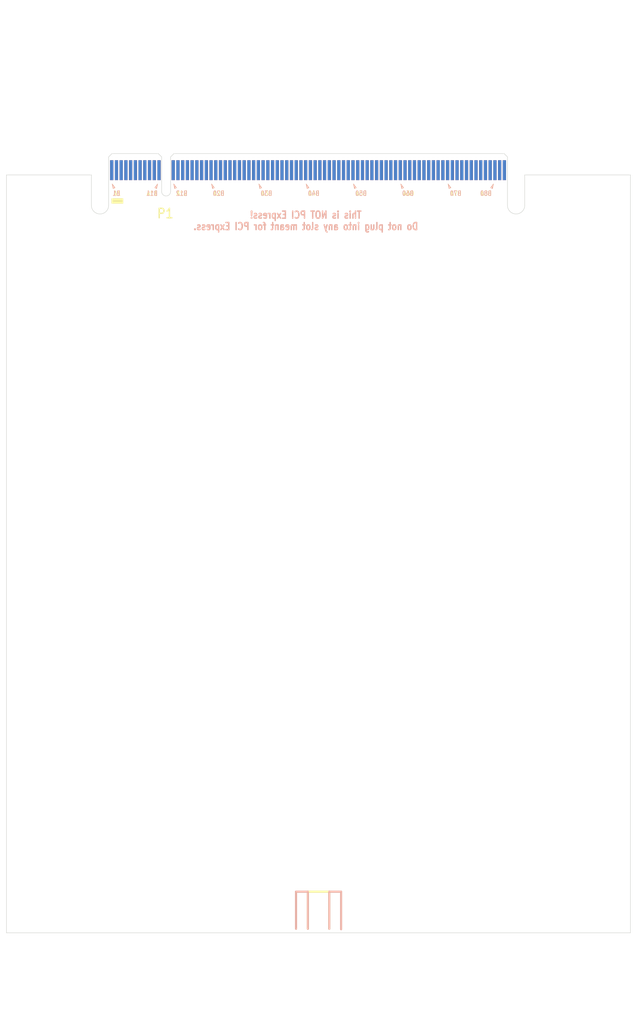
<source format=kicad_pcb>
(kicad_pcb (version 20171130) (host pcbnew 5.1.7-a382d34a8~87~ubuntu20.04.1)

  (general
    (thickness 1.6)
    (drawings 1)
    (tracks 0)
    (zones 0)
    (modules 6)
    (nets 157)
  )

  (page A3)
  (layers
    (0 F.Cu signal)
    (31 B.Cu signal)
    (32 B.Adhes user)
    (33 F.Adhes user)
    (34 B.Paste user)
    (35 F.Paste user)
    (36 B.SilkS user)
    (37 F.SilkS user)
    (38 B.Mask user)
    (39 F.Mask user)
    (40 Dwgs.User user)
    (41 Cmts.User user)
    (42 Eco1.User user)
    (43 Eco2.User user)
    (44 Edge.Cuts user)
    (45 Margin user)
    (46 B.CrtYd user)
    (47 F.CrtYd user)
    (48 B.Fab user hide)
    (49 F.Fab user)
  )

  (setup
    (last_trace_width 0.1778)
    (user_trace_width 0.1778)
    (user_trace_width 0.6096)
    (user_trace_width 0.7874)
    (user_trace_width 1.27)
    (user_trace_width 1.778)
    (user_trace_width 2.54)
    (trace_clearance 0.1778)
    (zone_clearance 0.508)
    (zone_45_only no)
    (trace_min 0.0762)
    (via_size 0.8)
    (via_drill 0.4)
    (via_min_size 0.4)
    (via_min_drill 0.3)
    (user_via 0.635 0.399796)
    (user_via 0.7874 0.399796)
    (user_via 1.27 0.5)
    (uvia_size 0.3)
    (uvia_drill 0.1)
    (uvias_allowed no)
    (uvia_min_size 0.2)
    (uvia_min_drill 0.1)
    (edge_width 0.05)
    (segment_width 0.2)
    (pcb_text_width 0.3)
    (pcb_text_size 1.5 1.5)
    (mod_edge_width 0.12)
    (mod_text_size 1 1)
    (mod_text_width 0.15)
    (pad_size 0.7 4.2)
    (pad_drill 0)
    (pad_to_mask_clearance 0.051)
    (solder_mask_min_width 0.25)
    (aux_axis_origin 79.121 237.49)
    (grid_origin 101.6 76.2)
    (visible_elements FFFFFF7F)
    (pcbplotparams
      (layerselection 0x010f0_ffffffff)
      (usegerberextensions false)
      (usegerberattributes false)
      (usegerberadvancedattributes true)
      (creategerberjobfile true)
      (excludeedgelayer true)
      (linewidth 0.100000)
      (plotframeref false)
      (viasonmask false)
      (mode 1)
      (useauxorigin false)
      (hpglpennumber 1)
      (hpglpenspeed 20)
      (hpglpendiameter 15.000000)
      (psnegative false)
      (psa4output false)
      (plotreference true)
      (plotvalue true)
      (plotinvisibletext false)
      (padsonsilk false)
      (subtractmaskfromsilk false)
      (outputformat 1)
      (mirror false)
      (drillshape 0)
      (scaleselection 1)
      (outputdirectory "Plots/1945/"))
  )

  (net 0 "")
  (net 1 +5V)
  (net 2 GND)
  (net 3 /~RESET)
  (net 4 /~RSTHOLD)
  (net 5 /CLK1)
  (net 6 /CLK2)
  (net 7 /CLK3)
  (net 8 /CLK4)
  (net 9 /T34)
  (net 10 /WSTB)
  (net 11 /~HALT)
  (net 12 /~WS)
  (net 13 /~ENDEXT)
  (net 14 /~MEM)
  (net 15 /~IO)
  (net 16 /~R)
  (net 17 "/Left Edge Connector/C36")
  (net 18 "/Left Edge Connector/C34")
  (net 19 "/Left Edge Connector/C32")
  (net 20 "/Left Edge Connector/C30")
  (net 21 "/Left Edge Connector/C28")
  (net 22 /~IRQS)
  (net 23 /~IRQ)
  (net 24 "/Left Edge Connector/ACTION3")
  (net 25 "/Left Edge Connector/ACTION2")
  (net 26 "/Left Edge Connector/ACTION1")
  (net 27 "/Left Edge Connector/WADDR2")
  (net 28 "/Left Edge Connector/WADDR1")
  (net 29 "/Left Edge Connector/WADDR0")
  (net 30 "/Left Edge Connector/RADDR4")
  (net 31 "/Left Edge Connector/RADDR3")
  (net 32 "/Left Edge Connector/RADDR2")
  (net 33 "/Left Edge Connector/RADDR1")
  (net 34 "/Left Edge Connector/RADDR0")
  (net 35 "/Left Edge Connector/C37")
  (net 36 "/Left Edge Connector/C35")
  (net 37 "/Left Edge Connector/C33")
  (net 38 "/Left Edge Connector/C31")
  (net 39 "/Left Edge Connector/C29")
  (net 40 /~SKIPEXT)
  (net 41 "/Left Edge Connector/~IRQ7")
  (net 42 "/Left Edge Connector/~IRQ6")
  (net 43 "/Left Edge Connector/~IRQ5")
  (net 44 "/Left Edge Connector/~IRQ4")
  (net 45 "/Left Edge Connector/~IRQ3")
  (net 46 "/Left Edge Connector/~IRQ2")
  (net 47 "/Left Edge Connector/~IRQ1")
  (net 48 "/Left Edge Connector/~IRQ0")
  (net 49 "/Left Edge Connector/RSVD1")
  (net 50 "/Left Edge Connector/RSVD4")
  (net 51 "/Left Edge Connector/RSVD3")
  (net 52 "/Left Edge Connector/RSVD2")
  (net 53 /~W)
  (net 54 /~IODEV3xx)
  (net 55 /~IODEV2xx)
  (net 56 /~IODEV1xx)
  (net 57 /~SYSDEV)
  (net 58 "/Left Edge Connector/IBUS15")
  (net 59 "/Left Edge Connector/IBUS14")
  (net 60 "/Left Edge Connector/IBUS13")
  (net 61 "/Left Edge Connector/IBUS12")
  (net 62 "/Left Edge Connector/IBUS11")
  (net 63 "/Left Edge Connector/IBUS10")
  (net 64 "/Left Edge Connector/IBUS9")
  (net 65 "/Left Edge Connector/IBUS8")
  (net 66 "/Left Edge Connector/ACTION0")
  (net 67 "/Left Edge Connector/WADDR4")
  (net 68 "/Left Edge Connector/WADDR3")
  (net 69 "/Left Edge Connector/IBUS7")
  (net 70 "/Left Edge Connector/IBUS6")
  (net 71 /DB15)
  (net 72 /DB14)
  (net 73 /DB13)
  (net 74 /DB12)
  (net 75 /DB11)
  (net 76 /DB10)
  (net 77 /DB9)
  (net 78 /DB8)
  (net 79 /AB18)
  (net 80 /AB17)
  (net 81 /AB16)
  (net 82 /AB15)
  (net 83 /AB14)
  (net 84 /AB13)
  (net 85 /AB12)
  (net 86 /AB11)
  (net 87 /AB10)
  (net 88 /AB9)
  (net 89 /AB8)
  (net 90 /DB7)
  (net 91 /DB6)
  (net 92 /DB5)
  (net 93 /DB4)
  (net 94 /DB3)
  (net 95 /DB2)
  (net 96 /DB1)
  (net 97 /DB0)
  (net 98 /AB7)
  (net 99 /AB6)
  (net 100 "/Left Edge Connector/IBUS5")
  (net 101 "/Left Edge Connector/IBUS4")
  (net 102 "/Left Edge Connector/IBUS3")
  (net 103 "/Left Edge Connector/IBUS2")
  (net 104 "/Left Edge Connector/IBUS1")
  (net 105 "/Left Edge Connector/IBUS0")
  (net 106 /AB5)
  (net 107 /AB4)
  (net 108 /AB3)
  (net 109 /AB2)
  (net 110 /AB1)
  (net 111 /AB0)
  (net 112 /AB23)
  (net 113 /AB22)
  (net 114 /AB21)
  (net 115 /AB20)
  (net 116 /AB19)
  (net 117 "/Left Edge Connector/C19")
  (net 118 "/Left Edge Connector/C20")
  (net 119 "/Left Edge Connector/C21")
  (net 120 "/Left Edge Connector/C23")
  (net 121 "/Left Edge Connector/C25")
  (net 122 "/Left Edge Connector/C27")
  (net 123 "/Left Edge Connector/C39")
  (net 124 "/Left Edge Connector/C1")
  (net 125 "/Left Edge Connector/C2")
  (net 126 "/Left Edge Connector/C3")
  (net 127 "/Left Edge Connector/C4")
  (net 128 "/Left Edge Connector/C5")
  (net 129 "/Left Edge Connector/C6")
  (net 130 "/Left Edge Connector/C7")
  (net 131 "/Left Edge Connector/C8")
  (net 132 "/Left Edge Connector/C9")
  (net 133 "/Left Edge Connector/C10")
  (net 134 "/Left Edge Connector/C11")
  (net 135 "/Left Edge Connector/C12")
  (net 136 "/Left Edge Connector/C13")
  (net 137 "/Left Edge Connector/C14")
  (net 138 "/Left Edge Connector/C16")
  (net 139 "/Left Edge Connector/C15")
  (net 140 "/Left Edge Connector/C18")
  (net 141 "/Left Edge Connector/C17")
  (net 142 "/Left Edge Connector/FPD0")
  (net 143 "/Left Edge Connector/FPD1")
  (net 144 "/Left Edge Connector/FPD2")
  (net 145 "/Left Edge Connector/FPD3")
  (net 146 "/Left Edge Connector/C22")
  (net 147 "/Left Edge Connector/FPD4")
  (net 148 "/Left Edge Connector/FPD5")
  (net 149 "/Left Edge Connector/C24")
  (net 150 "/Left Edge Connector/C26")
  (net 151 "/Left Edge Connector/FPD6")
  (net 152 "/Left Edge Connector/FPD7")
  (net 153 "/Left Edge Connector/C38")
  (net 154 "/Left Edge Connector/C40")
  (net 155 /~RUEN)
  (net 156 /~WUEN)

  (net_class Default "This is the default net class."
    (clearance 0.1778)
    (trace_width 0.25)
    (via_dia 0.8)
    (via_drill 0.4)
    (uvia_dia 0.3)
    (uvia_drill 0.1)
    (add_net +5V)
    (add_net /AB0)
    (add_net /AB1)
    (add_net /AB10)
    (add_net /AB11)
    (add_net /AB12)
    (add_net /AB13)
    (add_net /AB14)
    (add_net /AB15)
    (add_net /AB16)
    (add_net /AB17)
    (add_net /AB18)
    (add_net /AB19)
    (add_net /AB2)
    (add_net /AB20)
    (add_net /AB21)
    (add_net /AB22)
    (add_net /AB23)
    (add_net /AB3)
    (add_net /AB4)
    (add_net /AB5)
    (add_net /AB6)
    (add_net /AB7)
    (add_net /AB8)
    (add_net /AB9)
    (add_net /CLK1)
    (add_net /CLK2)
    (add_net /CLK3)
    (add_net /CLK4)
    (add_net /DB0)
    (add_net /DB1)
    (add_net /DB10)
    (add_net /DB11)
    (add_net /DB12)
    (add_net /DB13)
    (add_net /DB14)
    (add_net /DB15)
    (add_net /DB2)
    (add_net /DB3)
    (add_net /DB4)
    (add_net /DB5)
    (add_net /DB6)
    (add_net /DB7)
    (add_net /DB8)
    (add_net /DB9)
    (add_net "/Left Edge Connector/ACTION0")
    (add_net "/Left Edge Connector/ACTION1")
    (add_net "/Left Edge Connector/ACTION2")
    (add_net "/Left Edge Connector/ACTION3")
    (add_net "/Left Edge Connector/C1")
    (add_net "/Left Edge Connector/C10")
    (add_net "/Left Edge Connector/C11")
    (add_net "/Left Edge Connector/C12")
    (add_net "/Left Edge Connector/C13")
    (add_net "/Left Edge Connector/C14")
    (add_net "/Left Edge Connector/C15")
    (add_net "/Left Edge Connector/C16")
    (add_net "/Left Edge Connector/C17")
    (add_net "/Left Edge Connector/C18")
    (add_net "/Left Edge Connector/C19")
    (add_net "/Left Edge Connector/C2")
    (add_net "/Left Edge Connector/C20")
    (add_net "/Left Edge Connector/C21")
    (add_net "/Left Edge Connector/C22")
    (add_net "/Left Edge Connector/C23")
    (add_net "/Left Edge Connector/C24")
    (add_net "/Left Edge Connector/C25")
    (add_net "/Left Edge Connector/C26")
    (add_net "/Left Edge Connector/C27")
    (add_net "/Left Edge Connector/C28")
    (add_net "/Left Edge Connector/C29")
    (add_net "/Left Edge Connector/C3")
    (add_net "/Left Edge Connector/C30")
    (add_net "/Left Edge Connector/C31")
    (add_net "/Left Edge Connector/C32")
    (add_net "/Left Edge Connector/C33")
    (add_net "/Left Edge Connector/C34")
    (add_net "/Left Edge Connector/C35")
    (add_net "/Left Edge Connector/C36")
    (add_net "/Left Edge Connector/C37")
    (add_net "/Left Edge Connector/C38")
    (add_net "/Left Edge Connector/C39")
    (add_net "/Left Edge Connector/C4")
    (add_net "/Left Edge Connector/C40")
    (add_net "/Left Edge Connector/C5")
    (add_net "/Left Edge Connector/C6")
    (add_net "/Left Edge Connector/C7")
    (add_net "/Left Edge Connector/C8")
    (add_net "/Left Edge Connector/C9")
    (add_net "/Left Edge Connector/FPD0")
    (add_net "/Left Edge Connector/FPD1")
    (add_net "/Left Edge Connector/FPD2")
    (add_net "/Left Edge Connector/FPD3")
    (add_net "/Left Edge Connector/FPD4")
    (add_net "/Left Edge Connector/FPD5")
    (add_net "/Left Edge Connector/FPD6")
    (add_net "/Left Edge Connector/FPD7")
    (add_net "/Left Edge Connector/IBUS0")
    (add_net "/Left Edge Connector/IBUS1")
    (add_net "/Left Edge Connector/IBUS10")
    (add_net "/Left Edge Connector/IBUS11")
    (add_net "/Left Edge Connector/IBUS12")
    (add_net "/Left Edge Connector/IBUS13")
    (add_net "/Left Edge Connector/IBUS14")
    (add_net "/Left Edge Connector/IBUS15")
    (add_net "/Left Edge Connector/IBUS2")
    (add_net "/Left Edge Connector/IBUS3")
    (add_net "/Left Edge Connector/IBUS4")
    (add_net "/Left Edge Connector/IBUS5")
    (add_net "/Left Edge Connector/IBUS6")
    (add_net "/Left Edge Connector/IBUS7")
    (add_net "/Left Edge Connector/IBUS8")
    (add_net "/Left Edge Connector/IBUS9")
    (add_net "/Left Edge Connector/RADDR0")
    (add_net "/Left Edge Connector/RADDR1")
    (add_net "/Left Edge Connector/RADDR2")
    (add_net "/Left Edge Connector/RADDR3")
    (add_net "/Left Edge Connector/RADDR4")
    (add_net "/Left Edge Connector/RSVD1")
    (add_net "/Left Edge Connector/RSVD2")
    (add_net "/Left Edge Connector/RSVD3")
    (add_net "/Left Edge Connector/RSVD4")
    (add_net "/Left Edge Connector/WADDR0")
    (add_net "/Left Edge Connector/WADDR1")
    (add_net "/Left Edge Connector/WADDR2")
    (add_net "/Left Edge Connector/WADDR3")
    (add_net "/Left Edge Connector/WADDR4")
    (add_net "/Left Edge Connector/~IRQ0")
    (add_net "/Left Edge Connector/~IRQ1")
    (add_net "/Left Edge Connector/~IRQ2")
    (add_net "/Left Edge Connector/~IRQ3")
    (add_net "/Left Edge Connector/~IRQ4")
    (add_net "/Left Edge Connector/~IRQ5")
    (add_net "/Left Edge Connector/~IRQ6")
    (add_net "/Left Edge Connector/~IRQ7")
    (add_net /T34)
    (add_net /WSTB)
    (add_net /~ENDEXT)
    (add_net /~HALT)
    (add_net /~IO)
    (add_net /~IODEV1xx)
    (add_net /~IODEV2xx)
    (add_net /~IODEV3xx)
    (add_net /~IRQ)
    (add_net /~IRQS)
    (add_net /~MEM)
    (add_net /~R)
    (add_net /~RESET)
    (add_net /~RSTHOLD)
    (add_net /~RUEN)
    (add_net /~SKIPEXT)
    (add_net /~SYSDEV)
    (add_net /~W)
    (add_net /~WS)
    (add_net /~WUEN)
    (add_net GND)
  )

  (module alexios:vero-card-handle-type-C locked (layer F.Cu) (tedit 5D889CB7) (tstamp 5D7ED556)
    (at 145.3261 231.1908)
    (tags "pcb card handle ejector")
    (fp_text reference REF** (at 0 -9.652) (layer F.SilkS) hide
      (effects (font (size 1 1) (thickness 0.15)))
    )
    (fp_text value vero-card-handle-type-C (at 0 24.5) (layer F.Fab)
      (effects (font (size 1 1) (thickness 0.15)))
    )
    (fp_circle (center 0.02 0) (end 1.32 0) (layer F.Fab) (width 0.12))
    (fp_line (start -1.28 0) (end 1.32 0) (layer F.Fab) (width 0.12))
    (fp_line (start 0.02 -1.3) (end 0.02 1.3) (layer F.Fab) (width 0.12))
    (fp_line (start -4.9784 -6) (end -4.9784 6.0548) (layer F.CrtYd) (width 0.12))
    (fp_line (start -4.9784 6.1) (end 4.9276 6.1) (layer F.CrtYd) (width 0.12))
    (fp_line (start 4.9276 6.1) (end 4.9276 -6) (layer F.CrtYd) (width 0.12))
    (fp_line (start 4.9276 -6) (end -4.9784 -6) (layer F.CrtYd) (width 0.12))
    (fp_line (start -4.765 7.7) (end 4.765 7.7) (layer F.Fab) (width 0.12))
    (fp_line (start -4.765 15.7) (end -4.765 17.99) (layer F.Fab) (width 0.45))
    (fp_line (start 4.765 17.99) (end 4.765 15.7) (layer F.Fab) (width 0.45))
    (fp_line (start 4.765 17.99) (end -4.765 17.99) (layer F.Fab) (width 0.45))
    (fp_line (start -4.765 15.7) (end 4.765 15.7) (layer F.Fab) (width 0.12))
    (fp_line (start -4.765 15.7) (end -3.765 13.7) (layer F.Fab) (width 0.45))
    (fp_line (start -3.765 13.7) (end -4.765 7.7) (layer F.Fab) (width 0.45))
    (fp_line (start -3.765 13.7) (end 3.765 13.7) (layer F.Fab) (width 0.12))
    (fp_line (start 3.765 13.7) (end 4.765 7.7) (layer F.Fab) (width 0.45))
    (fp_line (start 4.765 15.7) (end 3.765 13.7) (layer F.Fab) (width 0.45))
    (fp_line (start 4.765 -2.63) (end 4.765 7.7) (layer F.Fab) (width 0.45))
    (fp_line (start -4.765 -2.63) (end -4.765 7.7) (layer F.Fab) (width 0.45))
    (fp_line (start -4.765 -2.63) (end -2.265 -2.63) (layer F.Fab) (width 0.45))
    (fp_line (start -2.265 -2.63) (end -2.265 6.1) (layer F.Fab) (width 0.45))
    (fp_line (start 2.265 -2.63) (end 2.265 6.1) (layer F.Fab) (width 0.45))
    (fp_line (start -2.265 6.1) (end 2.265 6.1) (layer F.Fab) (width 0.45))
    (fp_line (start -8 6.1) (end -6 6.1) (layer F.Fab) (width 0.12))
    (fp_line (start 6 6.1) (end 8 6.1) (layer F.Fab) (width 0.12))
    (fp_line (start 0 -3.2) (end 0 -4.1) (layer F.Fab) (width 0.12))
    (fp_line (start 2.265 -2.63) (end 4.765 -2.63) (layer F.Fab) (width 0.45))
    (fp_line (start -2.3 -2.2) (end 2.2 -2.2) (layer F.Fab) (width 0.12))
    (fp_line (start 8 -6) (end -8 -6) (layer B.CrtYd) (width 0.12))
    (fp_line (start 8 6.1) (end 8 -6) (layer B.CrtYd) (width 0.12))
    (fp_line (start -8 6.1) (end 8 6.1) (layer B.CrtYd) (width 0.12))
    (fp_line (start -8 -6) (end -8 6.1) (layer B.CrtYd) (width 0.12))
    (fp_line (start -2.265 -2.63) (end -2.265 5.2) (layer F.SilkS) (width 0.45))
    (fp_line (start -2.265 -2.63) (end 2.235 -2.63) (layer F.SilkS) (width 0.45))
    (fp_line (start 2.265 -2.63) (end 2.265 5.2) (layer F.SilkS) (width 0.45))
    (fp_line (start -4.765 -2.63) (end -2.265 -2.63) (layer B.SilkS) (width 0.45))
    (fp_line (start -2.265 -2.63) (end -2.265 5.2) (layer B.SilkS) (width 0.45))
    (fp_line (start 4.765 -2.63) (end 4.765 5.3) (layer B.SilkS) (width 0.45))
    (fp_line (start -4.765 -2.63) (end -4.765 5.2) (layer B.SilkS) (width 0.45))
    (fp_line (start 2.265 -2.63) (end 4.765 -2.63) (layer B.SilkS) (width 0.45))
    (fp_line (start 2.265 -2.63) (end 2.265 5.2) (layer B.SilkS) (width 0.45))
    (fp_text user "Hole ⌀ 2.60mm, 6.10mm from edge" (at 0 20.2) (layer F.Fab)
      (effects (font (size 1 1) (thickness 0.15)))
    )
    (fp_text user "Vero Technologies 21-0240L (black)" (at 0 22.6) (layer F.Fab)
      (effects (font (size 1 1) (thickness 0.15)))
    )
    (pad "" np_thru_hole circle (at 0 0) (size 2.6 2.6) (drill 2.6) (layers *.Cu *.Mask)
      (solder_mask_margin 0.1))
    (model ${CFTDIR}/kicad/alexios.pretty/vero-card-handle-type-C.wrl
      (offset (xyz 0 -18 -0.85))
      (scale (xyz 10 10 10))
      (rotate (xyz 0 90 0))
    )
  )

  (module MountingHole:MountingHole_2.5mm locked (layer F.Cu) (tedit 5D7CE2EE) (tstamp 5D8998BD)
    (at 83.3501 233.2165)
    (descr "Mounting Hole 2.5mm, no annular")
    (tags "mounting hole 2.5mm no annular")
    (attr virtual)
    (fp_text reference REF** (at 0 -3.5) (layer F.SilkS) hide
      (effects (font (size 1 1) (thickness 0.15)))
    )
    (fp_text value MountingHole_2.5mm (at 0 3.5) (layer F.Fab) hide
      (effects (font (size 1 1) (thickness 0.15)))
    )
    (fp_circle (center 0 0) (end 2.75 0) (layer F.CrtYd) (width 0.05))
    (fp_circle (center 0 0) (end 2.5 0) (layer Cmts.User) (width 0.15))
    (fp_text user %R (at 0.3 0) (layer F.Fab)
      (effects (font (size 1 1) (thickness 0.15)))
    )
    (pad 1 np_thru_hole circle (at 0 0) (size 2.5 2.5) (drill 2.5) (layers *.Cu *.Mask))
  )

  (module MountingHole:MountingHole_2.5mm locked (layer F.Cu) (tedit 5D7CE2EE) (tstamp 5D8998B6)
    (at 207.2501 233.2165)
    (descr "Mounting Hole 2.5mm, no annular")
    (tags "mounting hole 2.5mm no annular")
    (attr virtual)
    (fp_text reference REF** (at 0 -3.5) (layer F.SilkS) hide
      (effects (font (size 1 1) (thickness 0.15)))
    )
    (fp_text value MountingHole_2.5mm (at 0 3.5) (layer F.Fab) hide
      (effects (font (size 1 1) (thickness 0.15)))
    )
    (fp_circle (center 0 0) (end 2.5 0) (layer Cmts.User) (width 0.15))
    (fp_circle (center 0 0) (end 2.75 0) (layer F.CrtYd) (width 0.05))
    (fp_text user %R (at 0.3 0) (layer F.Fab)
      (effects (font (size 1 1) (thickness 0.15)))
    )
    (pad 1 np_thru_hole circle (at 0 0) (size 2.5 2.5) (drill 2.5) (layers *.Cu *.Mask))
  )

  (module MountingHole:MountingHole_2.5mm locked (layer F.Cu) (tedit 5D7CE2EE) (tstamp 5D899784)
    (at 207.2501 81.2165)
    (descr "Mounting Hole 2.5mm, no annular")
    (tags "mounting hole 2.5mm no annular")
    (attr virtual)
    (fp_text reference REF** (at 0 -3.5) (layer F.SilkS) hide
      (effects (font (size 1 1) (thickness 0.15)))
    )
    (fp_text value MountingHole_2.5mm (at 0 3.5) (layer F.Fab) hide
      (effects (font (size 1 1) (thickness 0.15)))
    )
    (fp_circle (center 0 0) (end 2.75 0) (layer F.CrtYd) (width 0.05))
    (fp_circle (center 0 0) (end 2.5 0) (layer Cmts.User) (width 0.15))
    (fp_text user %R (at 0.3 0) (layer F.Fab)
      (effects (font (size 1 1) (thickness 0.15)))
    )
    (pad 1 np_thru_hole circle (at 0 0) (size 2.5 2.5) (drill 2.5) (layers *.Cu *.Mask))
  )

  (module alexios:CFT-2019-Card-Edge locked (layer F.Cu) (tedit 5DCD5588) (tstamp 5F8B17AD)
    (at 101.6 76.2)
    (descr "PCI Express x8 edge connector")
    (tags "pci express x8")
    (path /5D34E810/5D36087B)
    (attr virtual)
    (fp_text reference P1 (at 11.3284 9.144 180) (layer F.SilkS)
      (effects (font (size 2 1.75) (thickness 0.3)))
    )
    (fp_text value CFT-2019-Bus (at 45.4 -7.4 180) (layer F.Fab)
      (effects (font (size 1 1) (thickness 0.15)))
    )
    (fp_line (start 43.71 -20.828) (end 43.71 -19.8628) (layer F.Fab) (width 0.12))
    (fp_circle (center -18.2504 157.036) (end -16.9504 157.036) (layer F.Fab) (width 0.12))
    (fp_line (start -18.2504 158.336) (end -18.2504 155.736) (layer F.Fab) (width 0.12))
    (fp_line (start -19.5504 157.036) (end -16.9504 157.036) (layer F.Fab) (width 0.12))
    (fp_circle (center 105.6492 157.036) (end 106.9492 157.036) (layer F.Fab) (width 0.12))
    (fp_line (start 105.6492 158.336) (end 105.6492 155.736) (layer F.Fab) (width 0.12))
    (fp_line (start 104.3492 157.036) (end 106.9492 157.036) (layer F.Fab) (width 0.12))
    (fp_circle (center 105.6492 5.016) (end 106.9492 5.016) (layer F.Fab) (width 0.12))
    (fp_line (start 105.6492 6.316) (end 105.6492 3.716) (layer F.Fab) (width 0.12))
    (fp_line (start 104.3492 5.016) (end 106.9492 5.016) (layer F.Fab) (width 0.12))
    (fp_circle (center -18.2504 5.016) (end -16.9504 5.016) (layer F.Fab) (width 0.12))
    (fp_line (start -18.2504 6.316) (end -18.2504 3.716) (layer F.Fab) (width 0.12))
    (fp_line (start -19.5504 5.016) (end -16.9504 5.016) (layer F.Fab) (width 0.12))
    (fp_line (start 59.17816 158) (end 61.77816 158) (layer F.Fab) (width 0.12))
    (fp_line (start 60.47816 159.3) (end 60.47816 156.7) (layer F.Fab) (width 0.12))
    (fp_line (start -8.19184 151.058) (end -5.59184 151.058) (layer F.Fab) (width 0.12))
    (fp_line (start -6.89184 152.358) (end -6.89184 149.758) (layer F.Fab) (width 0.12))
    (fp_circle (center -6.89184 151.058) (end -5.59184 151.058) (layer F.Fab) (width 0.12))
    (fp_line (start -14.79184 151.058) (end -12.19184 151.058) (layer F.Fab) (width 0.12))
    (fp_line (start -13.49184 152.358) (end -13.49184 149.758) (layer F.Fab) (width 0.12))
    (fp_circle (center -13.49184 151.058) (end -12.19184 151.058) (layer F.Fab) (width 0.12))
    (fp_line (start 42.41 155) (end 45.01 155) (layer F.Fab) (width 0.12))
    (fp_line (start 43.71 156.3) (end 43.71 153.7) (layer F.Fab) (width 0.12))
    (fp_circle (center 43.71 155) (end 45.01 155) (layer F.Fab) (width 0.12))
    (fp_line (start 109.67 -30.3276) (end 109.67 -10.3276) (layer F.Fab) (width 0.12))
    (fp_line (start 83 -30.3276) (end 83 -10.3276) (layer F.Fab) (width 0.12))
    (fp_line (start 0 -30.3276) (end 0 -10.3276) (layer F.Fab) (width 0.12))
    (fp_line (start -22.25 -30.32) (end -22.25 -10.32) (layer F.Fab) (width 0.12))
    (fp_line (start -22.25 -20.32) (end 109.67 -20.32) (layer F.Fab) (width 0.12))
    (fp_poly (pts (xy 2.3876 5.9944) (xy 0 5.9944) (xy 0 7.0104) (xy 2.3876 7.0104)) (layer F.SilkS) (width 0.1))
    (fp_poly (pts (xy 80.6936 2.9) (xy 80.4936 3.9) (xy 80.0936 3.7)) (layer B.SilkS) (width 0.1))
    (fp_poly (pts (xy 71.1 2.9) (xy 71.3 3.9) (xy 71.7 3.7)) (layer B.SilkS) (width 0.1))
    (fp_poly (pts (xy 61.1 2.9) (xy 61.3 3.9) (xy 61.7 3.7)) (layer B.SilkS) (width 0.1))
    (fp_poly (pts (xy 51.1 2.9) (xy 51.3 3.9) (xy 51.7 3.7)) (layer B.SilkS) (width 0.1))
    (fp_poly (pts (xy 41.1 2.9) (xy 41.3 3.9) (xy 41.7 3.7)) (layer B.SilkS) (width 0.1))
    (fp_poly (pts (xy 31.1 2.9) (xy 31.3 3.9) (xy 31.7 3.7)) (layer B.SilkS) (width 0.1))
    (fp_poly (pts (xy 21.1 2.9) (xy 21.3 3.9) (xy 21.7 3.7)) (layer B.SilkS) (width 0.1))
    (fp_poly (pts (xy 13.1 2.9) (xy 13.3 3.9) (xy 13.7 3.7)) (layer B.SilkS) (width 0.1))
    (fp_line (start 109.64 161.05) (end 109.64 1) (layer Edge.Cuts) (width 0.1))
    (fp_line (start 11.1 -4.1) (end 11.1 4.3) (layer F.CrtYd) (width 0.05))
    (fp_line (start 87.3 1) (end 109.64 1) (layer Edge.Cuts) (width 0.1))
    (fp_line (start 109.64 161.05) (end -22.25 161.05) (layer Edge.Cuts) (width 0.1))
    (fp_poly (pts (xy 0.1 2.9) (xy 0.3 3.9) (xy 0.7 3.7)) (layer F.SilkS) (width 0.1))
    (fp_poly (pts (xy 9.7 2.9) (xy 9.5 3.9) (xy 9.1 3.7)) (layer F.SilkS) (width 0.1))
    (fp_poly (pts (xy 21.1 2.9) (xy 21.3 3.9) (xy 21.7 3.7)) (layer F.SilkS) (width 0.1))
    (fp_poly (pts (xy 31.1 2.9) (xy 31.3 3.9) (xy 31.7 3.7)) (layer F.SilkS) (width 0.1))
    (fp_poly (pts (xy 41.1 2.9) (xy 41.3 3.9) (xy 41.7 3.7)) (layer F.SilkS) (width 0.1))
    (fp_poly (pts (xy 51.1 2.9) (xy 51.3 3.9) (xy 51.7 3.7)) (layer F.SilkS) (width 0.1))
    (fp_poly (pts (xy 61.1 2.9) (xy 61.3 3.9) (xy 61.7 3.7)) (layer F.SilkS) (width 0.1))
    (fp_poly (pts (xy 71.1 2.9) (xy 71.3 3.9) (xy 71.7 3.7)) (layer F.SilkS) (width 0.1))
    (fp_poly (pts (xy 80.6936 2.9) (xy 80.4936 3.9) (xy 80.0936 3.7)) (layer F.SilkS) (width 0.1))
    (fp_poly (pts (xy 13.1 2.9) (xy 13.3 3.9) (xy 13.7 3.7)) (layer F.SilkS) (width 0.1))
    (fp_poly (pts (xy 0.1 2.9) (xy 0.3 3.9) (xy 0.7 3.7)) (layer B.SilkS) (width 0.1))
    (fp_poly (pts (xy 9.7 2.9) (xy 9.5 3.9) (xy 9.1 3.7)) (layer B.SilkS) (width 0.1))
    (fp_line (start -0.65 7.425) (end -0.65 -2.8) (layer Edge.Cuts) (width 0.1))
    (fp_line (start 0.05 -3.5) (end -0.65 -2.8) (layer Edge.Cuts) (width 0.1))
    (fp_line (start 0.05 -3.5) (end 9.85 -3.5) (layer Edge.Cuts) (width 0.1))
    (fp_line (start 9.85 -3.5) (end 10.55 -2.8) (layer Edge.Cuts) (width 0.1))
    (fp_line (start 10.55 -2.8) (end 10.55 4.5) (layer Edge.Cuts) (width 0.1))
    (fp_line (start 12.45 4.5) (end 12.45 -2.8) (layer Edge.Cuts) (width 0.1))
    (fp_line (start 13.15 -3.5) (end 12.45 -2.8) (layer Edge.Cuts) (width 0.1))
    (fp_line (start 13.15 -3.5) (end 82.95 -3.5) (layer Edge.Cuts) (width 0.1))
    (fp_line (start -4.3 1) (end -4.3 7.425) (layer Edge.Cuts) (width 0.1))
    (fp_line (start 10.5 2.6) (end -1.2 2.6) (layer F.CrtYd) (width 0.05))
    (fp_line (start 10.5 5.5) (end 10.5 2.6) (layer F.CrtYd) (width 0.05))
    (fp_line (start 12.5 5.5) (end 10.5 5.5) (layer F.CrtYd) (width 0.05))
    (fp_line (start 12.5 2.6) (end 12.5 5.5) (layer F.CrtYd) (width 0.05))
    (fp_line (start 84.2 2.6) (end 12.5 2.6) (layer F.CrtYd) (width 0.05))
    (fp_line (start -1.2 2.6) (end -1.2 -4.1) (layer F.CrtYd) (width 0.05))
    (fp_line (start 84.2 -4.1) (end 84.2 2.6) (layer F.CrtYd) (width 0.05))
    (fp_line (start 11.9 -4.1) (end 84.2 -4.1) (layer F.CrtYd) (width 0.05))
    (fp_line (start 11.9 4.3) (end 11.9 -4.1) (layer F.CrtYd) (width 0.05))
    (fp_line (start 11.1 4.3) (end 11.9 4.3) (layer F.CrtYd) (width 0.05))
    (fp_line (start -1.2 -4.1) (end 11.1 -4.1) (layer F.CrtYd) (width 0.05))
    (fp_line (start 82.95 -3.5) (end 83.65 -2.8) (layer Edge.Cuts) (width 0.1))
    (fp_line (start 83.65 7.425) (end 83.65 -2.8) (layer Edge.Cuts) (width 0.1))
    (fp_line (start 87.3 1) (end 87.3 7.425) (layer Edge.Cuts) (width 0.1))
    (fp_line (start -22.25 1) (end -4.3 1) (layer Edge.Cuts) (width 0.1))
    (fp_line (start -22.25 161.05) (end -22.25 1) (layer Edge.Cuts) (width 0.1))
    (fp_text user B60 (at 63.9 4.9 180) (layer B.SilkS)
      (effects (font (size 1 0.83) (thickness 0.15)) (justify left mirror))
    )
    (fp_text user B50 (at 54 4.9 180) (layer B.SilkS)
      (effects (font (size 1 0.83) (thickness 0.15)) (justify left mirror))
    )
    (fp_text user B40 (at 44 4.9 180) (layer B.SilkS)
      (effects (font (size 1 0.83) (thickness 0.15)) (justify left mirror))
    )
    (fp_text user B30 (at 34 4.9 180) (layer B.SilkS)
      (effects (font (size 1 0.83) (thickness 0.15)) (justify left mirror))
    )
    (fp_text user B20 (at 23.9 4.9 180) (layer B.SilkS)
      (effects (font (size 1 0.83) (thickness 0.15)) (justify left mirror))
    )
    (fp_arc (start 85.475 7.425) (end 87.3 7.425) (angle 180) (layer Edge.Cuts) (width 0.1))
    (fp_arc (start -2.475 7.425) (end -4.3 7.425) (angle -180) (layer Edge.Cuts) (width 0.1))
    (fp_arc (start 11.5 4.5) (end 10.55 4.5) (angle -180) (layer Edge.Cuts) (width 0.1))
    (fp_text user B11 (at 7.2 4.9 180) (layer B.SilkS)
      (effects (font (size 1 0.83) (thickness 0.15)) (justify right mirror))
    )
    (fp_text user B1 (at 1.9 4.9 180) (layer B.SilkS)
      (effects (font (size 1 0.83) (thickness 0.15)) (justify left mirror))
    )
    (fp_text user A12 (at 13.6 4.9) (layer F.SilkS)
      (effects (font (size 1 0.83) (thickness 0.15)) (justify left))
    )
    (fp_text user A80 (at 77.9 4.9) (layer F.SilkS)
      (effects (font (size 1 0.83) (thickness 0.15)) (justify left))
    )
    (fp_text user A70 (at 71.5 4.9) (layer F.SilkS)
      (effects (font (size 1 0.83) (thickness 0.15)) (justify left))
    )
    (fp_text user A60 (at 61.5 4.9) (layer F.SilkS)
      (effects (font (size 1 0.83) (thickness 0.15)) (justify left))
    )
    (fp_text user A50 (at 51.5 4.9) (layer F.SilkS)
      (effects (font (size 1 0.83) (thickness 0.15)) (justify left))
    )
    (fp_text user A40 (at 41.5 4.9) (layer F.SilkS)
      (effects (font (size 1 0.83) (thickness 0.15)) (justify left))
    )
    (fp_text user A30 (at 31.5 4.9) (layer F.SilkS)
      (effects (font (size 1 0.83) (thickness 0.15)) (justify left))
    )
    (fp_text user A20 (at 21.4 4.9) (layer F.SilkS)
      (effects (font (size 1 0.83) (thickness 0.15)) (justify left))
    )
    (fp_text user A11 (at 7.3 4.9) (layer F.SilkS)
      (effects (font (size 1 0.83) (thickness 0.15)) (justify left))
    )
    (fp_text user A1 (at 0.3 4.9) (layer F.SilkS)
      (effects (font (size 1 0.83) (thickness 0.15)) (justify left))
    )
    (fp_text user B12 (at 16.1 4.9 180) (layer B.SilkS)
      (effects (font (size 1 0.83) (thickness 0.15)) (justify left mirror))
    )
    (fp_text user B70 (at 74 4.9 180) (layer B.SilkS)
      (effects (font (size 1 0.83) (thickness 0.15)) (justify left mirror))
    )
    (fp_text user B80 (at 80.4 4.9 180) (layer B.SilkS)
      (effects (font (size 1 0.83) (thickness 0.15)) (justify left mirror))
    )
    (fp_text user "Backplane layout" (at 39 -22.45) (layer F.Fab)
      (effects (font (size 1.5 1.5) (thickness 0.3)))
    )
    (fp_text user "Centre of pin A1/B1" (at 1.4 -27.65 90) (layer F.Fab)
      (effects (font (size 1 0.83) (thickness 0.15)))
    )
    (fp_text user "Backplane Edge" (at -21.1 -26.05 90) (layer F.Fab)
      (effects (font (size 1 0.83) (thickness 0.15)))
    )
    (fp_text user "Centre of pin A82/B82" (at 81.7 -28.5 90) (layer F.Fab)
      (effects (font (size 1 0.83) (thickness 0.15)))
    )
    (fp_text user "Edge of Backplane" (at 107.5 -26.9 90) (layer F.Fab)
      (effects (font (size 1 0.83) (thickness 0.15)))
    )
    (fp_text user "LED positions (δx=6.60mm)" (at -6.1976 166.7256) (layer F.Fab)
      (effects (font (size 1 1) (thickness 0.15)))
    )
    (fp_text user "Card pull handle" (at 43.71 164.5158) (layer F.Fab)
      (effects (font (size 1 1) (thickness 0.15)))
    )
    (fp_text user "Bigger text (LEDs etc): 1.5×2mm @0.3mm" (at -23.2918 175.2219) (layer F.Fab)
      (effects (font (size 1 1) (thickness 0.15)) (justify left))
    )
    (fp_text user "Board designator: 12×10mm @ 2mm." (at -23.2918 178.2064) (layer F.Fab)
      (effects (font (size 1 1) (thickness 0.15)) (justify left))
    )
    (fp_text user "Designators: 0.83×1mm @0.15mm" (at -23.2918 172.2374) (layer F.Fab)
      (effects (font (size 1 1) (thickness 0.15)) (justify left))
    )
    (fp_text user "Card Designator (6×6mm @1.6mm)" (at 60.4748 167.0304) (layer F.Fab)
      (effects (font (size 1 1) (thickness 0.15)))
    )
    (fp_text user "Hole (2.5mm)" (at -18.2504 -2.0828) (layer F.Fab)
      (effects (font (size 1 1) (thickness 0.15)))
    )
    (fp_text user "Hole (2.5mm)" (at 99.9972 -2.0828) (layer F.Fab)
      (effects (font (size 1 1) (thickness 0.15)))
    )
    (fp_text user "Hole (2.5mm)" (at 105.6868 164.4904) (layer F.Fab)
      (effects (font (size 1 1) (thickness 0.15)))
    )
    (fp_text user "Hole (2.5mm)" (at -17.4244 163.9316) (layer F.Fab)
      (effects (font (size 1 1) (thickness 0.15)))
    )
    (pad B3 connect rect (at 2 0 180) (size 0.7 4.2) (layers B.Cu B.Mask)
      (net 5 /CLK1))
    (pad B4 connect rect (at 3 0 180) (size 0.7 4.2) (layers B.Cu B.Mask)
      (net 6 /CLK2))
    (pad B5 connect rect (at 4 0 180) (size 0.7 4.2) (layers B.Cu B.Mask)
      (net 9 /T34))
    (pad B6 connect rect (at 5 0 180) (size 0.7 4.2) (layers B.Cu B.Mask)
      (net 3 /~RESET))
    (pad B7 connect rect (at 6 0 180) (size 0.7 4.2) (layers B.Cu B.Mask)
      (net 105 "/Left Edge Connector/IBUS0"))
    (pad B8 connect rect (at 7 0 180) (size 0.7 4.2) (layers B.Cu B.Mask)
      (net 104 "/Left Edge Connector/IBUS1"))
    (pad B9 connect rect (at 8 0 180) (size 0.7 4.2) (layers B.Cu B.Mask)
      (net 103 "/Left Edge Connector/IBUS2"))
    (pad B10 connect rect (at 9 0 180) (size 0.7 4.2) (layers B.Cu B.Mask)
      (net 102 "/Left Edge Connector/IBUS3"))
    (pad B11 connect rect (at 10 0 180) (size 0.7 4.2) (layers B.Cu B.Mask)
      (net 101 "/Left Edge Connector/IBUS4"))
    (pad B12 connect rect (at 13 0 180) (size 0.7 4.2) (layers B.Cu B.Mask)
      (net 100 "/Left Edge Connector/IBUS5"))
    (pad A13 connect rect (at 14 0 180) (size 0.7 4.2) (layers F.Cu F.Mask)
      (net 99 /AB6))
    (pad A14 connect rect (at 15 0 180) (size 0.7 4.2) (layers F.Cu F.Mask)
      (net 98 /AB7))
    (pad A15 connect rect (at 16 0 180) (size 0.7 4.2) (layers F.Cu F.Mask)
      (net 97 /DB0))
    (pad A16 connect rect (at 17 0 180) (size 0.7 4.2) (layers F.Cu F.Mask)
      (net 96 /DB1))
    (pad A17 connect rect (at 18 0 180) (size 0.7 4.2) (layers F.Cu F.Mask)
      (net 95 /DB2))
    (pad A18 connect rect (at 19 0 180) (size 0.7 4.2) (layers F.Cu F.Mask)
      (net 94 /DB3))
    (pad A19 connect rect (at 20 0 180) (size 0.7 4.2) (layers F.Cu F.Mask)
      (net 93 /DB4))
    (pad A20 connect rect (at 21 0 180) (size 0.7 4.2) (layers F.Cu F.Mask)
      (net 92 /DB5))
    (pad A21 connect rect (at 22 0 180) (size 0.7 4.2) (layers F.Cu F.Mask)
      (net 91 /DB6))
    (pad A22 connect rect (at 23 0 180) (size 0.7 4.2) (layers F.Cu F.Mask)
      (net 90 /DB7))
    (pad A23 connect rect (at 24 0 180) (size 0.7 4.2) (layers F.Cu F.Mask)
      (net 57 /~SYSDEV))
    (pad A24 connect rect (at 25 0 180) (size 0.7 4.2) (layers F.Cu F.Mask)
      (net 56 /~IODEV1xx))
    (pad A25 connect rect (at 26 0 180) (size 0.7 4.2) (layers F.Cu F.Mask)
      (net 55 /~IODEV2xx))
    (pad A26 connect rect (at 27 0 180) (size 0.7 4.2) (layers F.Cu F.Mask)
      (net 54 /~IODEV3xx))
    (pad A27 connect rect (at 28 0 180) (size 0.7 4.2) (layers F.Cu F.Mask)
      (net 16 /~R))
    (pad A28 connect rect (at 29 0 180) (size 0.7 4.2) (layers F.Cu F.Mask)
      (net 53 /~W))
    (pad A29 connect rect (at 30 0 180) (size 0.7 4.2) (layers F.Cu F.Mask)
      (net 52 "/Left Edge Connector/RSVD2"))
    (pad A30 connect rect (at 31 0 180) (size 0.7 4.2) (layers F.Cu F.Mask)
      (net 51 "/Left Edge Connector/RSVD3"))
    (pad A31 connect rect (at 32 0 180) (size 0.7 4.2) (layers F.Cu F.Mask)
      (net 50 "/Left Edge Connector/RSVD4"))
    (pad A32 connect rect (at 33 0 180) (size 0.7 4.2) (layers F.Cu F.Mask)
      (net 13 /~ENDEXT))
    (pad A33 connect rect (at 34 0 180) (size 0.7 4.2) (layers F.Cu F.Mask)
      (net 40 /~SKIPEXT))
    (pad A34 connect rect (at 35 0 180) (size 0.7 4.2) (layers F.Cu F.Mask)
      (net 89 /AB8))
    (pad A35 connect rect (at 36 0 180) (size 0.7 4.2) (layers F.Cu F.Mask)
      (net 88 /AB9))
    (pad A36 connect rect (at 37 0 180) (size 0.7 4.2) (layers F.Cu F.Mask)
      (net 87 /AB10))
    (pad A37 connect rect (at 38 0 180) (size 0.7 4.2) (layers F.Cu F.Mask)
      (net 86 /AB11))
    (pad A38 connect rect (at 39 0 180) (size 0.7 4.2) (layers F.Cu F.Mask)
      (net 85 /AB12))
    (pad A39 connect rect (at 40 0 180) (size 0.7 4.2) (layers F.Cu F.Mask)
      (net 84 /AB13))
    (pad A40 connect rect (at 41 0 180) (size 0.7 4.2) (layers F.Cu F.Mask)
      (net 83 /AB14))
    (pad A41 connect rect (at 42 0 180) (size 0.7 4.2) (layers F.Cu F.Mask)
      (net 82 /AB15))
    (pad A42 connect rect (at 43 0 180) (size 0.7 4.2) (layers F.Cu F.Mask)
      (net 81 /AB16))
    (pad A43 connect rect (at 44 0 180) (size 0.7 4.2) (layers F.Cu F.Mask)
      (net 80 /AB17))
    (pad A44 connect rect (at 45 0 180) (size 0.7 4.2) (layers F.Cu F.Mask)
      (net 79 /AB18))
    (pad A45 connect rect (at 46 0 180) (size 0.7 4.2) (layers F.Cu F.Mask)
      (net 116 /AB19))
    (pad A46 connect rect (at 47 0 180) (size 0.7 4.2) (layers F.Cu F.Mask)
      (net 115 /AB20))
    (pad A47 connect rect (at 48 0 180) (size 0.7 4.2) (layers F.Cu F.Mask)
      (net 114 /AB21))
    (pad A48 connect rect (at 49 0 180) (size 0.7 4.2) (layers F.Cu F.Mask)
      (net 113 /AB22))
    (pad A49 connect rect (at 50 0 180) (size 0.7 4.2) (layers F.Cu F.Mask)
      (net 112 /AB23))
    (pad A50 connect rect (at 51 0 180) (size 0.7 4.2) (layers F.Cu F.Mask)
      (net 49 "/Left Edge Connector/RSVD1"))
    (pad A51 connect rect (at 52 0 180) (size 0.7 4.2) (layers F.Cu F.Mask)
      (net 48 "/Left Edge Connector/~IRQ0"))
    (pad A52 connect rect (at 53 0 180) (size 0.7 4.2) (layers F.Cu F.Mask)
      (net 47 "/Left Edge Connector/~IRQ1"))
    (pad A53 connect rect (at 54 0 180) (size 0.7 4.2) (layers F.Cu F.Mask)
      (net 46 "/Left Edge Connector/~IRQ2"))
    (pad A54 connect rect (at 55 0 180) (size 0.7 4.2) (layers F.Cu F.Mask)
      (net 45 "/Left Edge Connector/~IRQ3"))
    (pad A55 connect rect (at 56 0 180) (size 0.7 4.2) (layers F.Cu F.Mask)
      (net 44 "/Left Edge Connector/~IRQ4"))
    (pad A56 connect rect (at 57 0 180) (size 0.7 4.2) (layers F.Cu F.Mask)
      (net 78 /DB8))
    (pad A57 connect rect (at 58 0 180) (size 0.7 4.2) (layers F.Cu F.Mask)
      (net 77 /DB9))
    (pad A58 connect rect (at 59 0 180) (size 0.7 4.2) (layers F.Cu F.Mask)
      (net 76 /DB10))
    (pad A59 connect rect (at 60 0 180) (size 0.7 4.2) (layers F.Cu F.Mask)
      (net 75 /DB11))
    (pad A60 connect rect (at 61 0 180) (size 0.7 4.2) (layers F.Cu F.Mask)
      (net 74 /DB12))
    (pad A61 connect rect (at 62 0 180) (size 0.7 4.2) (layers F.Cu F.Mask)
      (net 73 /DB13))
    (pad A62 connect rect (at 63 0 180) (size 0.7 4.2) (layers F.Cu F.Mask)
      (net 72 /DB14))
    (pad A63 connect rect (at 64 0 180) (size 0.7 4.2) (layers F.Cu F.Mask)
      (net 71 /DB15))
    (pad A64 connect rect (at 65 0 180) (size 0.7 4.2) (layers F.Cu F.Mask)
      (net 117 "/Left Edge Connector/C19"))
    (pad A65 connect rect (at 66 0 180) (size 0.7 4.2) (layers F.Cu F.Mask)
      (net 118 "/Left Edge Connector/C20"))
    (pad A66 connect rect (at 67 0 180) (size 0.7 4.2) (layers F.Cu F.Mask)
      (net 119 "/Left Edge Connector/C21"))
    (pad A6 connect rect (at 5 0 180) (size 0.7 4.2) (layers F.Cu F.Mask)
      (net 4 /~RSTHOLD))
    (pad A7 connect rect (at 6 0 180) (size 0.7 4.2) (layers F.Cu F.Mask)
      (net 111 /AB0))
    (pad A8 connect rect (at 7 0 180) (size 0.7 4.2) (layers F.Cu F.Mask)
      (net 110 /AB1))
    (pad A9 connect rect (at 8 0 180) (size 0.7 4.2) (layers F.Cu F.Mask)
      (net 109 /AB2))
    (pad A10 connect rect (at 9 0 180) (size 0.7 4.2) (layers F.Cu F.Mask)
      (net 108 /AB3))
    (pad A11 connect rect (at 10 0 180) (size 0.7 4.2) (layers F.Cu F.Mask)
      (net 107 /AB4))
    (pad A12 connect rect (at 13 0 180) (size 0.7 4.2) (layers F.Cu F.Mask)
      (net 106 /AB5))
    (pad B1 connect rect (at 0 0 180) (size 0.7 4.2) (layers B.Cu B.Mask)
      (net 2 GND) (zone_connect 2))
    (pad B2 connect rect (at 1 0 180) (size 0.7 4.2) (layers B.Cu B.Mask)
      (net 2 GND) (zone_connect 2))
    (pad A1 connect rect (at 0 0 180) (size 0.7 4.2) (layers F.Cu F.Mask)
      (net 1 +5V) (zone_connect 2))
    (pad A2 connect rect (at 1 0 180) (size 0.7 4.2) (layers F.Cu F.Mask)
      (net 1 +5V) (zone_connect 2))
    (pad A3 connect rect (at 2 0 180) (size 0.7 4.2) (layers F.Cu F.Mask)
      (net 7 /CLK3))
    (pad A4 connect rect (at 3 0 180) (size 0.7 4.2) (layers F.Cu F.Mask)
      (net 8 /CLK4))
    (pad A5 connect rect (at 4 0 180) (size 0.7 4.2) (layers F.Cu F.Mask)
      (net 10 /WSTB))
    (pad A67 connect rect (at 68 0 180) (size 0.7 4.2) (layers F.Cu F.Mask)
      (net 43 "/Left Edge Connector/~IRQ5"))
    (pad A68 connect rect (at 69 0 180) (size 0.7 4.2) (layers F.Cu F.Mask)
      (net 42 "/Left Edge Connector/~IRQ6"))
    (pad A69 connect rect (at 70 0 180) (size 0.7 4.2) (layers F.Cu F.Mask)
      (net 120 "/Left Edge Connector/C23"))
    (pad A70 connect rect (at 71 0 180) (size 0.7 4.2) (layers F.Cu F.Mask)
      (net 41 "/Left Edge Connector/~IRQ7"))
    (pad A71 connect rect (at 72 0 180) (size 0.7 4.2) (layers F.Cu F.Mask)
      (net 121 "/Left Edge Connector/C25"))
    (pad A72 connect rect (at 73 0 180) (size 0.7 4.2) (layers F.Cu F.Mask)
      (net 2 GND) (zone_connect 2))
    (pad A73 connect rect (at 74 0 180) (size 0.7 4.2) (layers F.Cu F.Mask)
      (net 2 GND) (zone_connect 2))
    (pad A74 connect rect (at 75 0 180) (size 0.7 4.2) (layers F.Cu F.Mask)
      (net 122 "/Left Edge Connector/C27"))
    (pad A75 connect rect (at 76 0 180) (size 0.7 4.2) (layers F.Cu F.Mask)
      (net 39 "/Left Edge Connector/C29"))
    (pad A76 connect rect (at 77 0 180) (size 0.7 4.2) (layers F.Cu F.Mask)
      (net 38 "/Left Edge Connector/C31"))
    (pad A77 connect rect (at 78 0 180) (size 0.7 4.2) (layers F.Cu F.Mask)
      (net 37 "/Left Edge Connector/C33"))
    (pad A78 connect rect (at 79 0 180) (size 0.7 4.2) (layers F.Cu F.Mask)
      (net 36 "/Left Edge Connector/C35"))
    (pad A79 connect rect (at 80 0 180) (size 0.7 4.2) (layers F.Cu F.Mask)
      (net 35 "/Left Edge Connector/C37"))
    (pad A80 connect rect (at 81 0 180) (size 0.7 4.2) (layers F.Cu F.Mask)
      (net 123 "/Left Edge Connector/C39"))
    (pad A81 connect rect (at 82 0 180) (size 0.7 4.2) (layers F.Cu F.Mask)
      (net 1 +5V) (zone_connect 2))
    (pad A82 connect rect (at 83 0 180) (size 0.7 4.2) (layers F.Cu F.Mask)
      (net 1 +5V) (zone_connect 2))
    (pad B13 connect rect (at 14 0 180) (size 0.7 4.2) (layers B.Cu B.Mask)
      (net 70 "/Left Edge Connector/IBUS6"))
    (pad B14 connect rect (at 15 0 180) (size 0.7 4.2) (layers B.Cu B.Mask)
      (net 69 "/Left Edge Connector/IBUS7"))
    (pad B15 connect rect (at 16 0 180) (size 0.7 4.2) (layers B.Cu B.Mask)
      (net 34 "/Left Edge Connector/RADDR0"))
    (pad B16 connect rect (at 17 0 180) (size 0.7 4.2) (layers B.Cu B.Mask)
      (net 33 "/Left Edge Connector/RADDR1"))
    (pad B17 connect rect (at 18 0 180) (size 0.7 4.2) (layers B.Cu B.Mask)
      (net 32 "/Left Edge Connector/RADDR2"))
    (pad B18 connect rect (at 19 0 180) (size 0.7 4.2) (layers B.Cu B.Mask)
      (net 31 "/Left Edge Connector/RADDR3"))
    (pad B19 connect rect (at 20 0 180) (size 0.7 4.2) (layers B.Cu B.Mask)
      (net 30 "/Left Edge Connector/RADDR4"))
    (pad B20 connect rect (at 21 0 180) (size 0.7 4.2) (layers B.Cu B.Mask)
      (net 29 "/Left Edge Connector/WADDR0"))
    (pad B21 connect rect (at 22 0 180) (size 0.7 4.2) (layers B.Cu B.Mask)
      (net 28 "/Left Edge Connector/WADDR1"))
    (pad B22 connect rect (at 23 0 180) (size 0.7 4.2) (layers B.Cu B.Mask)
      (net 27 "/Left Edge Connector/WADDR2"))
    (pad B23 connect rect (at 24 0 180) (size 0.7 4.2) (layers B.Cu B.Mask)
      (net 68 "/Left Edge Connector/WADDR3"))
    (pad B24 connect rect (at 25 0 180) (size 0.7 4.2) (layers B.Cu B.Mask)
      (net 67 "/Left Edge Connector/WADDR4"))
    (pad B25 connect rect (at 26 0 180) (size 0.7 4.2) (layers B.Cu B.Mask)
      (net 14 /~MEM))
    (pad B26 connect rect (at 27 0 180) (size 0.7 4.2) (layers B.Cu B.Mask)
      (net 15 /~IO))
    (pad B27 connect rect (at 28 0 180) (size 0.7 4.2) (layers B.Cu B.Mask)
      (net 12 /~WS))
    (pad B28 connect rect (at 29 0 180) (size 0.7 4.2) (layers B.Cu B.Mask)
      (net 155 /~RUEN))
    (pad B29 connect rect (at 30 0 180) (size 0.7 4.2) (layers B.Cu B.Mask)
      (net 156 /~WUEN))
    (pad B30 connect rect (at 31 0 180) (size 0.7 4.2) (layers B.Cu B.Mask)
      (net 66 "/Left Edge Connector/ACTION0"))
    (pad B31 connect rect (at 32 0 180) (size 0.7 4.2) (layers B.Cu B.Mask)
      (net 26 "/Left Edge Connector/ACTION1"))
    (pad B32 connect rect (at 33 0 180) (size 0.7 4.2) (layers B.Cu B.Mask)
      (net 25 "/Left Edge Connector/ACTION2"))
    (pad B33 connect rect (at 34 0 180) (size 0.7 4.2) (layers B.Cu B.Mask)
      (net 24 "/Left Edge Connector/ACTION3"))
    (pad B34 connect rect (at 35 0 180) (size 0.7 4.2) (layers B.Cu B.Mask)
      (net 65 "/Left Edge Connector/IBUS8"))
    (pad B35 connect rect (at 36 0 180) (size 0.7 4.2) (layers B.Cu B.Mask)
      (net 64 "/Left Edge Connector/IBUS9"))
    (pad B36 connect rect (at 37 0 180) (size 0.7 4.2) (layers B.Cu B.Mask)
      (net 63 "/Left Edge Connector/IBUS10"))
    (pad B37 connect rect (at 38 0 180) (size 0.7 4.2) (layers B.Cu B.Mask)
      (net 62 "/Left Edge Connector/IBUS11"))
    (pad B38 connect rect (at 39 0 180) (size 0.7 4.2) (layers B.Cu B.Mask)
      (net 61 "/Left Edge Connector/IBUS12"))
    (pad B39 connect rect (at 40 0 180) (size 0.7 4.2) (layers B.Cu B.Mask)
      (net 60 "/Left Edge Connector/IBUS13"))
    (pad B40 connect rect (at 41 0 180) (size 0.7 4.2) (layers B.Cu B.Mask)
      (net 59 "/Left Edge Connector/IBUS14"))
    (pad B41 connect rect (at 42 0 180) (size 0.7 4.2) (layers B.Cu B.Mask)
      (net 58 "/Left Edge Connector/IBUS15"))
    (pad B42 connect rect (at 43 0 180) (size 0.7 4.2) (layers B.Cu B.Mask)
      (net 23 /~IRQ))
    (pad B43 connect rect (at 44 0 180) (size 0.7 4.2) (layers B.Cu B.Mask)
      (net 22 /~IRQS))
    (pad B44 connect rect (at 45 0 180) (size 0.7 4.2) (layers B.Cu B.Mask)
      (net 124 "/Left Edge Connector/C1"))
    (pad B45 connect rect (at 46 0 180) (size 0.7 4.2) (layers B.Cu B.Mask)
      (net 125 "/Left Edge Connector/C2"))
    (pad B46 connect rect (at 47 0 180) (size 0.7 4.2) (layers B.Cu B.Mask)
      (net 126 "/Left Edge Connector/C3"))
    (pad B47 connect rect (at 48 0 180) (size 0.7 4.2) (layers B.Cu B.Mask)
      (net 127 "/Left Edge Connector/C4"))
    (pad B48 connect rect (at 49 0 180) (size 0.7 4.2) (layers B.Cu B.Mask)
      (net 128 "/Left Edge Connector/C5"))
    (pad B49 connect rect (at 50 0 180) (size 0.7 4.2) (layers B.Cu B.Mask)
      (net 129 "/Left Edge Connector/C6"))
    (pad B50 connect rect (at 51 0 180) (size 0.7 4.2) (layers B.Cu B.Mask)
      (net 130 "/Left Edge Connector/C7"))
    (pad B51 connect rect (at 52 0 180) (size 0.7 4.2) (layers B.Cu B.Mask)
      (net 131 "/Left Edge Connector/C8"))
    (pad B52 connect rect (at 53 0 180) (size 0.7 4.2) (layers B.Cu B.Mask)
      (net 132 "/Left Edge Connector/C9"))
    (pad B53 connect rect (at 54 0 180) (size 0.7 4.2) (layers B.Cu B.Mask)
      (net 133 "/Left Edge Connector/C10"))
    (pad B54 connect rect (at 55 0 180) (size 0.7 4.2) (layers B.Cu B.Mask)
      (net 134 "/Left Edge Connector/C11"))
    (pad B55 connect rect (at 56 0 180) (size 0.7 4.2) (layers B.Cu B.Mask)
      (net 135 "/Left Edge Connector/C12"))
    (pad B56 connect rect (at 57 0 180) (size 0.7 4.2) (layers B.Cu B.Mask)
      (net 136 "/Left Edge Connector/C13"))
    (pad B57 connect rect (at 58 0 180) (size 0.7 4.2) (layers B.Cu B.Mask)
      (net 137 "/Left Edge Connector/C14"))
    (pad B58 connect rect (at 59 0 180) (size 0.7 4.2) (layers B.Cu B.Mask)
      (net 138 "/Left Edge Connector/C16"))
    (pad B59 connect rect (at 60 0 180) (size 0.7 4.2) (layers B.Cu B.Mask)
      (net 139 "/Left Edge Connector/C15"))
    (pad B60 connect rect (at 61 0 180) (size 0.7 4.2) (layers B.Cu B.Mask)
      (net 11 /~HALT))
    (pad B61 connect rect (at 62 0 180) (size 0.7 4.2) (layers B.Cu B.Mask)
      (net 140 "/Left Edge Connector/C18"))
    (pad B62 connect rect (at 63 0 180) (size 0.7 4.2) (layers B.Cu B.Mask)
      (net 141 "/Left Edge Connector/C17"))
    (pad B63 connect rect (at 64 0 180) (size 0.7 4.2) (layers B.Cu B.Mask)
      (net 142 "/Left Edge Connector/FPD0"))
    (pad B64 connect rect (at 65 0 180) (size 0.7 4.2) (layers B.Cu B.Mask)
      (net 143 "/Left Edge Connector/FPD1"))
    (pad B65 connect rect (at 66 0 180) (size 0.7 4.2) (layers B.Cu B.Mask)
      (net 144 "/Left Edge Connector/FPD2"))
    (pad B66 connect rect (at 67 0 180) (size 0.7 4.2) (layers B.Cu B.Mask)
      (net 145 "/Left Edge Connector/FPD3"))
    (pad B67 connect rect (at 68 0 180) (size 0.7 4.2) (layers B.Cu B.Mask)
      (net 146 "/Left Edge Connector/C22"))
    (pad B68 connect rect (at 69 0 180) (size 0.7 4.2) (layers B.Cu B.Mask)
      (net 147 "/Left Edge Connector/FPD4"))
    (pad B69 connect rect (at 70 0 180) (size 0.7 4.2) (layers B.Cu B.Mask)
      (net 148 "/Left Edge Connector/FPD5"))
    (pad B70 connect rect (at 71 0 180) (size 0.7 4.2) (layers B.Cu B.Mask)
      (net 149 "/Left Edge Connector/C24"))
    (pad B71 connect rect (at 72 0 180) (size 0.7 4.2) (layers B.Cu B.Mask)
      (net 150 "/Left Edge Connector/C26"))
    (pad B72 connect rect (at 73 0 180) (size 0.7 4.2) (layers B.Cu B.Mask)
      (net 151 "/Left Edge Connector/FPD6"))
    (pad B73 connect rect (at 74 0 180) (size 0.7 4.2) (layers B.Cu B.Mask)
      (net 152 "/Left Edge Connector/FPD7"))
    (pad B74 connect rect (at 75 0 180) (size 0.7 4.2) (layers B.Cu B.Mask)
      (net 21 "/Left Edge Connector/C28"))
    (pad B75 connect rect (at 76 0 180) (size 0.7 4.2) (layers B.Cu B.Mask)
      (net 20 "/Left Edge Connector/C30"))
    (pad B76 connect rect (at 77 0 180) (size 0.7 4.2) (layers B.Cu B.Mask)
      (net 19 "/Left Edge Connector/C32"))
    (pad B77 connect rect (at 78 0 180) (size 0.7 4.2) (layers B.Cu B.Mask)
      (net 18 "/Left Edge Connector/C34"))
    (pad B78 connect rect (at 79 0 180) (size 0.7 4.2) (layers B.Cu B.Mask)
      (net 17 "/Left Edge Connector/C36"))
    (pad B79 connect rect (at 80 0 180) (size 0.7 4.2) (layers B.Cu B.Mask)
      (net 153 "/Left Edge Connector/C38"))
    (pad B80 connect rect (at 81 0 180) (size 0.7 4.2) (layers B.Cu B.Mask)
      (net 154 "/Left Edge Connector/C40"))
    (pad B81 connect rect (at 82 0 180) (size 0.7 4.2) (layers B.Cu B.Mask)
      (net 2 GND) (zone_connect 2))
    (pad B82 connect rect (at 83 0 180) (size 0.7 4.2) (layers B.Cu B.Mask)
      (net 2 GND) (zone_connect 2))
  )

  (module MountingHole:MountingHole_2.5mm locked (layer F.Cu) (tedit 5D7CE2EE) (tstamp 5D899173)
    (at 83.3501 81.2165)
    (descr "Mounting Hole 2.5mm, no annular")
    (tags "mounting hole 2.5mm no annular")
    (attr virtual)
    (fp_text reference REF** (at 0 -3.5) (layer F.SilkS) hide
      (effects (font (size 1 1) (thickness 0.15)))
    )
    (fp_text value MountingHole_2.5mm (at 0 3.5) (layer F.Fab) hide
      (effects (font (size 1 1) (thickness 0.15)))
    )
    (fp_circle (center 0 0) (end 2.5 0) (layer Cmts.User) (width 0.15))
    (fp_circle (center 0 0) (end 2.75 0) (layer F.CrtYd) (width 0.05))
    (fp_text user %R (at 0.3 0) (layer F.Fab)
      (effects (font (size 1 1) (thickness 0.15)))
    )
    (pad 1 np_thru_hole circle (at 0 0) (size 2.5 2.5) (drill 2.5) (layers *.Cu *.Mask))
  )

  (gr_text "This is NOT PCI Express!\nDo not plug into any slot meant for PCI Express." (at 142.621 86.868) (layer B.SilkS) (tstamp 5D892380)
    (effects (font (size 1.5 1.25) (thickness 0.3)) (justify mirror))
  )

)

</source>
